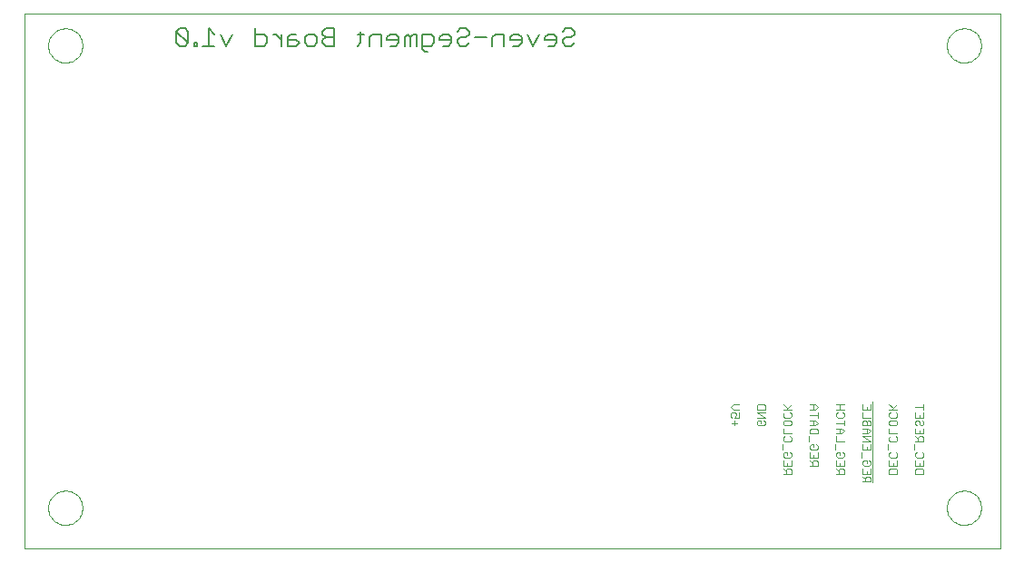
<source format=gbo>
G75*
G70*
%OFA0B0*%
%FSLAX24Y24*%
%IPPOS*%
%LPD*%
%AMOC8*
5,1,8,0,0,1.08239X$1,22.5*
%
%ADD10C,0.0000*%
%ADD11C,0.0030*%
%ADD12C,0.0060*%
D10*
X000180Y000180D02*
X000180Y019865D01*
X036007Y019865D01*
X036007Y000180D01*
X000180Y000180D01*
X001050Y001680D02*
X001052Y001730D01*
X001058Y001780D01*
X001068Y001829D01*
X001082Y001877D01*
X001099Y001924D01*
X001120Y001969D01*
X001145Y002013D01*
X001173Y002054D01*
X001205Y002093D01*
X001239Y002130D01*
X001276Y002164D01*
X001316Y002194D01*
X001358Y002221D01*
X001402Y002245D01*
X001448Y002266D01*
X001495Y002282D01*
X001543Y002295D01*
X001593Y002304D01*
X001642Y002309D01*
X001693Y002310D01*
X001743Y002307D01*
X001792Y002300D01*
X001841Y002289D01*
X001889Y002274D01*
X001935Y002256D01*
X001980Y002234D01*
X002023Y002208D01*
X002064Y002179D01*
X002103Y002147D01*
X002139Y002112D01*
X002171Y002074D01*
X002201Y002034D01*
X002228Y001991D01*
X002251Y001947D01*
X002270Y001901D01*
X002286Y001853D01*
X002298Y001804D01*
X002306Y001755D01*
X002310Y001705D01*
X002310Y001655D01*
X002306Y001605D01*
X002298Y001556D01*
X002286Y001507D01*
X002270Y001459D01*
X002251Y001413D01*
X002228Y001369D01*
X002201Y001326D01*
X002171Y001286D01*
X002139Y001248D01*
X002103Y001213D01*
X002064Y001181D01*
X002023Y001152D01*
X001980Y001126D01*
X001935Y001104D01*
X001889Y001086D01*
X001841Y001071D01*
X001792Y001060D01*
X001743Y001053D01*
X001693Y001050D01*
X001642Y001051D01*
X001593Y001056D01*
X001543Y001065D01*
X001495Y001078D01*
X001448Y001094D01*
X001402Y001115D01*
X001358Y001139D01*
X001316Y001166D01*
X001276Y001196D01*
X001239Y001230D01*
X001205Y001267D01*
X001173Y001306D01*
X001145Y001347D01*
X001120Y001391D01*
X001099Y001436D01*
X001082Y001483D01*
X001068Y001531D01*
X001058Y001580D01*
X001052Y001630D01*
X001050Y001680D01*
X001050Y018680D02*
X001052Y018730D01*
X001058Y018780D01*
X001068Y018829D01*
X001082Y018877D01*
X001099Y018924D01*
X001120Y018969D01*
X001145Y019013D01*
X001173Y019054D01*
X001205Y019093D01*
X001239Y019130D01*
X001276Y019164D01*
X001316Y019194D01*
X001358Y019221D01*
X001402Y019245D01*
X001448Y019266D01*
X001495Y019282D01*
X001543Y019295D01*
X001593Y019304D01*
X001642Y019309D01*
X001693Y019310D01*
X001743Y019307D01*
X001792Y019300D01*
X001841Y019289D01*
X001889Y019274D01*
X001935Y019256D01*
X001980Y019234D01*
X002023Y019208D01*
X002064Y019179D01*
X002103Y019147D01*
X002139Y019112D01*
X002171Y019074D01*
X002201Y019034D01*
X002228Y018991D01*
X002251Y018947D01*
X002270Y018901D01*
X002286Y018853D01*
X002298Y018804D01*
X002306Y018755D01*
X002310Y018705D01*
X002310Y018655D01*
X002306Y018605D01*
X002298Y018556D01*
X002286Y018507D01*
X002270Y018459D01*
X002251Y018413D01*
X002228Y018369D01*
X002201Y018326D01*
X002171Y018286D01*
X002139Y018248D01*
X002103Y018213D01*
X002064Y018181D01*
X002023Y018152D01*
X001980Y018126D01*
X001935Y018104D01*
X001889Y018086D01*
X001841Y018071D01*
X001792Y018060D01*
X001743Y018053D01*
X001693Y018050D01*
X001642Y018051D01*
X001593Y018056D01*
X001543Y018065D01*
X001495Y018078D01*
X001448Y018094D01*
X001402Y018115D01*
X001358Y018139D01*
X001316Y018166D01*
X001276Y018196D01*
X001239Y018230D01*
X001205Y018267D01*
X001173Y018306D01*
X001145Y018347D01*
X001120Y018391D01*
X001099Y018436D01*
X001082Y018483D01*
X001068Y018531D01*
X001058Y018580D01*
X001052Y018630D01*
X001050Y018680D01*
X034050Y018680D02*
X034052Y018730D01*
X034058Y018780D01*
X034068Y018829D01*
X034082Y018877D01*
X034099Y018924D01*
X034120Y018969D01*
X034145Y019013D01*
X034173Y019054D01*
X034205Y019093D01*
X034239Y019130D01*
X034276Y019164D01*
X034316Y019194D01*
X034358Y019221D01*
X034402Y019245D01*
X034448Y019266D01*
X034495Y019282D01*
X034543Y019295D01*
X034593Y019304D01*
X034642Y019309D01*
X034693Y019310D01*
X034743Y019307D01*
X034792Y019300D01*
X034841Y019289D01*
X034889Y019274D01*
X034935Y019256D01*
X034980Y019234D01*
X035023Y019208D01*
X035064Y019179D01*
X035103Y019147D01*
X035139Y019112D01*
X035171Y019074D01*
X035201Y019034D01*
X035228Y018991D01*
X035251Y018947D01*
X035270Y018901D01*
X035286Y018853D01*
X035298Y018804D01*
X035306Y018755D01*
X035310Y018705D01*
X035310Y018655D01*
X035306Y018605D01*
X035298Y018556D01*
X035286Y018507D01*
X035270Y018459D01*
X035251Y018413D01*
X035228Y018369D01*
X035201Y018326D01*
X035171Y018286D01*
X035139Y018248D01*
X035103Y018213D01*
X035064Y018181D01*
X035023Y018152D01*
X034980Y018126D01*
X034935Y018104D01*
X034889Y018086D01*
X034841Y018071D01*
X034792Y018060D01*
X034743Y018053D01*
X034693Y018050D01*
X034642Y018051D01*
X034593Y018056D01*
X034543Y018065D01*
X034495Y018078D01*
X034448Y018094D01*
X034402Y018115D01*
X034358Y018139D01*
X034316Y018166D01*
X034276Y018196D01*
X034239Y018230D01*
X034205Y018267D01*
X034173Y018306D01*
X034145Y018347D01*
X034120Y018391D01*
X034099Y018436D01*
X034082Y018483D01*
X034068Y018531D01*
X034058Y018580D01*
X034052Y018630D01*
X034050Y018680D01*
X034050Y001680D02*
X034052Y001730D01*
X034058Y001780D01*
X034068Y001829D01*
X034082Y001877D01*
X034099Y001924D01*
X034120Y001969D01*
X034145Y002013D01*
X034173Y002054D01*
X034205Y002093D01*
X034239Y002130D01*
X034276Y002164D01*
X034316Y002194D01*
X034358Y002221D01*
X034402Y002245D01*
X034448Y002266D01*
X034495Y002282D01*
X034543Y002295D01*
X034593Y002304D01*
X034642Y002309D01*
X034693Y002310D01*
X034743Y002307D01*
X034792Y002300D01*
X034841Y002289D01*
X034889Y002274D01*
X034935Y002256D01*
X034980Y002234D01*
X035023Y002208D01*
X035064Y002179D01*
X035103Y002147D01*
X035139Y002112D01*
X035171Y002074D01*
X035201Y002034D01*
X035228Y001991D01*
X035251Y001947D01*
X035270Y001901D01*
X035286Y001853D01*
X035298Y001804D01*
X035306Y001755D01*
X035310Y001705D01*
X035310Y001655D01*
X035306Y001605D01*
X035298Y001556D01*
X035286Y001507D01*
X035270Y001459D01*
X035251Y001413D01*
X035228Y001369D01*
X035201Y001326D01*
X035171Y001286D01*
X035139Y001248D01*
X035103Y001213D01*
X035064Y001181D01*
X035023Y001152D01*
X034980Y001126D01*
X034935Y001104D01*
X034889Y001086D01*
X034841Y001071D01*
X034792Y001060D01*
X034743Y001053D01*
X034693Y001050D01*
X034642Y001051D01*
X034593Y001056D01*
X034543Y001065D01*
X034495Y001078D01*
X034448Y001094D01*
X034402Y001115D01*
X034358Y001139D01*
X034316Y001166D01*
X034276Y001196D01*
X034239Y001230D01*
X034205Y001267D01*
X034173Y001306D01*
X034145Y001347D01*
X034120Y001391D01*
X034099Y001436D01*
X034082Y001483D01*
X034068Y001531D01*
X034058Y001580D01*
X034052Y001630D01*
X034050Y001680D01*
D11*
X033184Y002937D02*
X032894Y002937D01*
X032894Y003082D01*
X032943Y003130D01*
X033136Y003130D01*
X033184Y003082D01*
X033184Y002937D01*
X033184Y003231D02*
X032894Y003231D01*
X032894Y003425D01*
X032943Y003526D02*
X032894Y003575D01*
X032894Y003671D01*
X032943Y003720D01*
X032846Y003821D02*
X032846Y004014D01*
X032894Y004115D02*
X033184Y004115D01*
X033184Y004261D01*
X033136Y004309D01*
X033039Y004309D01*
X032991Y004261D01*
X032991Y004115D01*
X032991Y004212D02*
X032894Y004309D01*
X032894Y004410D02*
X032894Y004604D01*
X032943Y004705D02*
X032894Y004753D01*
X032894Y004850D01*
X032943Y004898D01*
X032991Y004898D01*
X033039Y004850D01*
X033039Y004753D01*
X033088Y004705D01*
X033136Y004705D01*
X033184Y004753D01*
X033184Y004850D01*
X033136Y004898D01*
X033184Y004999D02*
X032894Y004999D01*
X032894Y005193D01*
X033039Y005096D02*
X033039Y004999D01*
X033184Y004999D02*
X033184Y005193D01*
X033184Y005294D02*
X033184Y005488D01*
X033184Y005391D02*
X032894Y005391D01*
X032216Y005488D02*
X032022Y005294D01*
X032071Y005342D02*
X031926Y005488D01*
X031926Y005294D02*
X032216Y005294D01*
X032168Y005193D02*
X032216Y005145D01*
X032216Y005048D01*
X032168Y004999D01*
X031974Y004999D01*
X031926Y005048D01*
X031926Y005145D01*
X031974Y005193D01*
X031974Y004898D02*
X032168Y004898D01*
X032216Y004850D01*
X032216Y004753D01*
X032168Y004705D01*
X031974Y004705D01*
X031926Y004753D01*
X031926Y004850D01*
X031974Y004898D01*
X031926Y004604D02*
X031926Y004410D01*
X032216Y004410D01*
X032168Y004309D02*
X032216Y004261D01*
X032216Y004164D01*
X032168Y004115D01*
X031974Y004115D01*
X031926Y004164D01*
X031926Y004261D01*
X031974Y004309D01*
X031877Y004014D02*
X031877Y003821D01*
X031974Y003720D02*
X031926Y003671D01*
X031926Y003575D01*
X031974Y003526D01*
X032168Y003526D01*
X032216Y003575D01*
X032216Y003671D01*
X032168Y003720D01*
X032216Y003425D02*
X032216Y003231D01*
X031926Y003231D01*
X031926Y003425D01*
X032071Y003328D02*
X032071Y003231D01*
X032168Y003130D02*
X032216Y003082D01*
X032216Y002937D01*
X031926Y002937D01*
X031926Y003082D01*
X031974Y003130D01*
X032168Y003130D01*
X031247Y003130D02*
X031247Y002937D01*
X030957Y002937D01*
X030957Y003130D01*
X031006Y003231D02*
X030957Y003280D01*
X030957Y003377D01*
X031006Y003425D01*
X031102Y003425D01*
X031102Y003328D01*
X031006Y003231D02*
X031199Y003231D01*
X031247Y003280D01*
X031247Y003377D01*
X031199Y003425D01*
X030909Y003526D02*
X030909Y003720D01*
X030957Y003821D02*
X030957Y004014D01*
X030957Y004115D02*
X031247Y004115D01*
X030957Y004309D01*
X031247Y004309D01*
X031151Y004410D02*
X030957Y004410D01*
X031102Y004410D02*
X031102Y004604D01*
X031151Y004604D02*
X030957Y004604D01*
X030957Y004705D02*
X030957Y004850D01*
X031006Y004898D01*
X031054Y004898D01*
X031102Y004850D01*
X031102Y004705D01*
X031151Y004604D02*
X031247Y004507D01*
X031151Y004410D01*
X031247Y004705D02*
X030957Y004705D01*
X031102Y004850D02*
X031151Y004898D01*
X031199Y004898D01*
X031247Y004850D01*
X031247Y004705D01*
X031247Y004999D02*
X030957Y004999D01*
X030957Y005193D01*
X030957Y005294D02*
X030957Y005488D01*
X031102Y005391D02*
X031102Y005294D01*
X031247Y005294D02*
X030957Y005294D01*
X031247Y005294D02*
X031247Y005488D01*
X031307Y005574D02*
X031307Y002627D01*
X031247Y002642D02*
X031247Y002787D01*
X031199Y002836D01*
X031102Y002836D01*
X031054Y002787D01*
X031054Y002642D01*
X030957Y002642D02*
X031247Y002642D01*
X031054Y002739D02*
X030957Y002836D01*
X031102Y002937D02*
X031102Y003034D01*
X030279Y003082D02*
X030279Y002937D01*
X029989Y002937D01*
X030085Y002937D02*
X030085Y003082D01*
X030134Y003130D01*
X030231Y003130D01*
X030279Y003082D01*
X030279Y003231D02*
X029989Y003231D01*
X029989Y003425D01*
X030037Y003526D02*
X029989Y003575D01*
X029989Y003671D01*
X030037Y003720D01*
X030134Y003720D01*
X030134Y003623D01*
X030231Y003720D02*
X030279Y003671D01*
X030279Y003575D01*
X030231Y003526D01*
X030037Y003526D01*
X030134Y003328D02*
X030134Y003231D01*
X030279Y003231D02*
X030279Y003425D01*
X029989Y003130D02*
X030085Y003034D01*
X029310Y003231D02*
X029310Y003377D01*
X029262Y003425D01*
X029165Y003425D01*
X029117Y003377D01*
X029117Y003231D01*
X029020Y003231D02*
X029310Y003231D01*
X029117Y003328D02*
X029020Y003425D01*
X029020Y003526D02*
X029020Y003720D01*
X029069Y003821D02*
X029020Y003869D01*
X029020Y003966D01*
X029069Y004014D01*
X029165Y004014D01*
X029165Y003918D01*
X029262Y004014D02*
X029310Y003966D01*
X029310Y003869D01*
X029262Y003821D01*
X029069Y003821D01*
X029165Y003623D02*
X029165Y003526D01*
X029310Y003526D02*
X029020Y003526D01*
X029310Y003526D02*
X029310Y003720D01*
X028972Y004115D02*
X028972Y004309D01*
X029020Y004410D02*
X029020Y004555D01*
X029069Y004604D01*
X029262Y004604D01*
X029310Y004555D01*
X029310Y004410D01*
X029020Y004410D01*
X029020Y004705D02*
X029214Y004705D01*
X029310Y004801D01*
X029214Y004898D01*
X029020Y004898D01*
X029165Y004898D02*
X029165Y004705D01*
X029310Y004999D02*
X029310Y005193D01*
X029310Y005096D02*
X029020Y005096D01*
X029020Y005294D02*
X029214Y005294D01*
X029310Y005391D01*
X029214Y005488D01*
X029020Y005488D01*
X029165Y005488D02*
X029165Y005294D01*
X028342Y005294D02*
X028052Y005294D01*
X028148Y005294D02*
X028342Y005488D01*
X028197Y005342D02*
X028052Y005488D01*
X028100Y005193D02*
X028052Y005145D01*
X028052Y005048D01*
X028100Y004999D01*
X028294Y004999D01*
X028342Y005048D01*
X028342Y005145D01*
X028294Y005193D01*
X028294Y004898D02*
X028100Y004898D01*
X028052Y004850D01*
X028052Y004753D01*
X028100Y004705D01*
X028294Y004705D01*
X028342Y004753D01*
X028342Y004850D01*
X028294Y004898D01*
X028052Y004604D02*
X028052Y004410D01*
X028342Y004410D01*
X028294Y004309D02*
X028342Y004261D01*
X028342Y004164D01*
X028294Y004115D01*
X028100Y004115D01*
X028052Y004164D01*
X028052Y004261D01*
X028100Y004309D01*
X028003Y004014D02*
X028003Y003821D01*
X028100Y003720D02*
X028197Y003720D01*
X028197Y003623D01*
X028294Y003720D02*
X028342Y003671D01*
X028342Y003575D01*
X028294Y003526D01*
X028100Y003526D01*
X028052Y003575D01*
X028052Y003671D01*
X028100Y003720D01*
X028052Y003425D02*
X028052Y003231D01*
X028342Y003231D01*
X028342Y003425D01*
X028197Y003328D02*
X028197Y003231D01*
X028197Y003130D02*
X028148Y003082D01*
X028148Y002937D01*
X028052Y002937D02*
X028342Y002937D01*
X028342Y003082D01*
X028294Y003130D01*
X028197Y003130D01*
X028148Y003034D02*
X028052Y003130D01*
X029940Y003821D02*
X029940Y004014D01*
X029989Y004115D02*
X029989Y004309D01*
X029989Y004410D02*
X030182Y004410D01*
X030279Y004507D01*
X030182Y004604D01*
X029989Y004604D01*
X030134Y004604D02*
X030134Y004410D01*
X030279Y004705D02*
X030279Y004898D01*
X030279Y004801D02*
X029989Y004801D01*
X030037Y004999D02*
X029989Y005048D01*
X029989Y005145D01*
X030037Y005193D01*
X029989Y005294D02*
X030279Y005294D01*
X030231Y005193D02*
X030279Y005145D01*
X030279Y005048D01*
X030231Y004999D01*
X030037Y004999D01*
X030134Y005294D02*
X030134Y005488D01*
X030279Y005488D02*
X029989Y005488D01*
X029989Y004115D02*
X030279Y004115D01*
X030957Y003821D02*
X031247Y003821D01*
X031247Y004014D01*
X031102Y003918D02*
X031102Y003821D01*
X032894Y004410D02*
X033184Y004410D01*
X033184Y004604D01*
X033039Y004507D02*
X033039Y004410D01*
X033136Y003720D02*
X033184Y003671D01*
X033184Y003575D01*
X033136Y003526D01*
X032943Y003526D01*
X033039Y003328D02*
X033039Y003231D01*
X033184Y003231D02*
X033184Y003425D01*
X027373Y004753D02*
X027325Y004705D01*
X027132Y004705D01*
X027083Y004753D01*
X027083Y004850D01*
X027132Y004898D01*
X027228Y004898D01*
X027228Y004801D01*
X027325Y004898D02*
X027373Y004850D01*
X027373Y004753D01*
X027373Y004999D02*
X027083Y004999D01*
X027083Y005193D02*
X027373Y005193D01*
X027373Y005294D02*
X027083Y005294D01*
X027083Y005439D01*
X027132Y005488D01*
X027325Y005488D01*
X027373Y005439D01*
X027373Y005294D01*
X027373Y004999D02*
X027083Y005193D01*
X026405Y005193D02*
X026405Y004999D01*
X026260Y004999D01*
X026308Y005096D01*
X026308Y005145D01*
X026260Y005193D01*
X026163Y005193D01*
X026115Y005145D01*
X026115Y005048D01*
X026163Y004999D01*
X026260Y004898D02*
X026260Y004705D01*
X026357Y004801D02*
X026163Y004801D01*
X026211Y005294D02*
X026115Y005391D01*
X026211Y005488D01*
X026405Y005488D01*
X026405Y005294D02*
X026211Y005294D01*
D12*
X015000Y018455D02*
X014893Y018455D01*
X014786Y018562D01*
X014786Y019096D01*
X015106Y019096D01*
X015213Y018989D01*
X015213Y018775D01*
X015106Y018669D01*
X014786Y018669D01*
X014569Y018669D02*
X014569Y019096D01*
X014462Y019096D01*
X014355Y018989D01*
X014248Y019096D01*
X014142Y018989D01*
X014142Y018669D01*
X014355Y018669D02*
X014355Y018989D01*
X013924Y018989D02*
X013924Y018775D01*
X013817Y018669D01*
X013604Y018669D01*
X013497Y018882D02*
X013924Y018882D01*
X013924Y018989D02*
X013817Y019096D01*
X013604Y019096D01*
X013497Y018989D01*
X013497Y018882D01*
X013279Y018669D02*
X013279Y019096D01*
X012959Y019096D01*
X012852Y018989D01*
X012852Y018669D01*
X012528Y018775D02*
X012421Y018669D01*
X012528Y018775D02*
X012528Y019202D01*
X012635Y019096D02*
X012421Y019096D01*
X011561Y018989D02*
X011240Y018989D01*
X011134Y018882D01*
X011134Y018775D01*
X011240Y018669D01*
X011561Y018669D01*
X011561Y019309D01*
X011240Y019309D01*
X011134Y019202D01*
X011134Y019096D01*
X011240Y018989D01*
X010916Y018989D02*
X010916Y018775D01*
X010809Y018669D01*
X010596Y018669D01*
X010489Y018775D01*
X010489Y018989D01*
X010596Y019096D01*
X010809Y019096D01*
X010916Y018989D01*
X010272Y018775D02*
X010165Y018882D01*
X009845Y018882D01*
X009845Y018989D02*
X009845Y018669D01*
X010165Y018669D01*
X010272Y018775D01*
X009951Y019096D02*
X009845Y018989D01*
X009951Y019096D02*
X010165Y019096D01*
X009627Y019096D02*
X009627Y018669D01*
X009627Y018882D02*
X009413Y019096D01*
X009307Y019096D01*
X009090Y018989D02*
X008983Y019096D01*
X008663Y019096D01*
X008663Y019309D02*
X008663Y018669D01*
X008983Y018669D01*
X009090Y018775D01*
X009090Y018989D01*
X007801Y019096D02*
X007587Y018669D01*
X007374Y019096D01*
X007156Y019096D02*
X006943Y019309D01*
X006943Y018669D01*
X007156Y018669D02*
X006729Y018669D01*
X006512Y018669D02*
X006405Y018669D01*
X006405Y018775D01*
X006512Y018775D01*
X006512Y018669D01*
X006189Y018775D02*
X005762Y019202D01*
X005762Y018775D01*
X005869Y018669D01*
X006083Y018669D01*
X006189Y018775D01*
X006189Y019202D01*
X006083Y019309D01*
X005869Y019309D01*
X005762Y019202D01*
X015431Y018989D02*
X015431Y018882D01*
X015858Y018882D01*
X015858Y018775D02*
X015858Y018989D01*
X015751Y019096D01*
X015537Y019096D01*
X015431Y018989D01*
X015537Y018669D02*
X015751Y018669D01*
X015858Y018775D01*
X016075Y018775D02*
X016075Y018882D01*
X016182Y018989D01*
X016395Y018989D01*
X016502Y019096D01*
X016502Y019202D01*
X016395Y019309D01*
X016182Y019309D01*
X016075Y019202D01*
X016075Y018775D02*
X016182Y018669D01*
X016395Y018669D01*
X016502Y018775D01*
X016720Y018989D02*
X017147Y018989D01*
X017364Y018989D02*
X017364Y018669D01*
X017364Y018989D02*
X017471Y019096D01*
X017791Y019096D01*
X017791Y018669D01*
X018009Y018882D02*
X018436Y018882D01*
X018436Y018775D02*
X018436Y018989D01*
X018329Y019096D01*
X018116Y019096D01*
X018009Y018989D01*
X018009Y018882D01*
X018116Y018669D02*
X018329Y018669D01*
X018436Y018775D01*
X018653Y019096D02*
X018867Y018669D01*
X019080Y019096D01*
X019298Y018989D02*
X019298Y018882D01*
X019725Y018882D01*
X019725Y018775D02*
X019725Y018989D01*
X019618Y019096D01*
X019405Y019096D01*
X019298Y018989D01*
X019405Y018669D02*
X019618Y018669D01*
X019725Y018775D01*
X019942Y018775D02*
X019942Y018882D01*
X020049Y018989D01*
X020263Y018989D01*
X020369Y019096D01*
X020369Y019202D01*
X020263Y019309D01*
X020049Y019309D01*
X019942Y019202D01*
X019942Y018775D02*
X020049Y018669D01*
X020263Y018669D01*
X020369Y018775D01*
M02*

</source>
